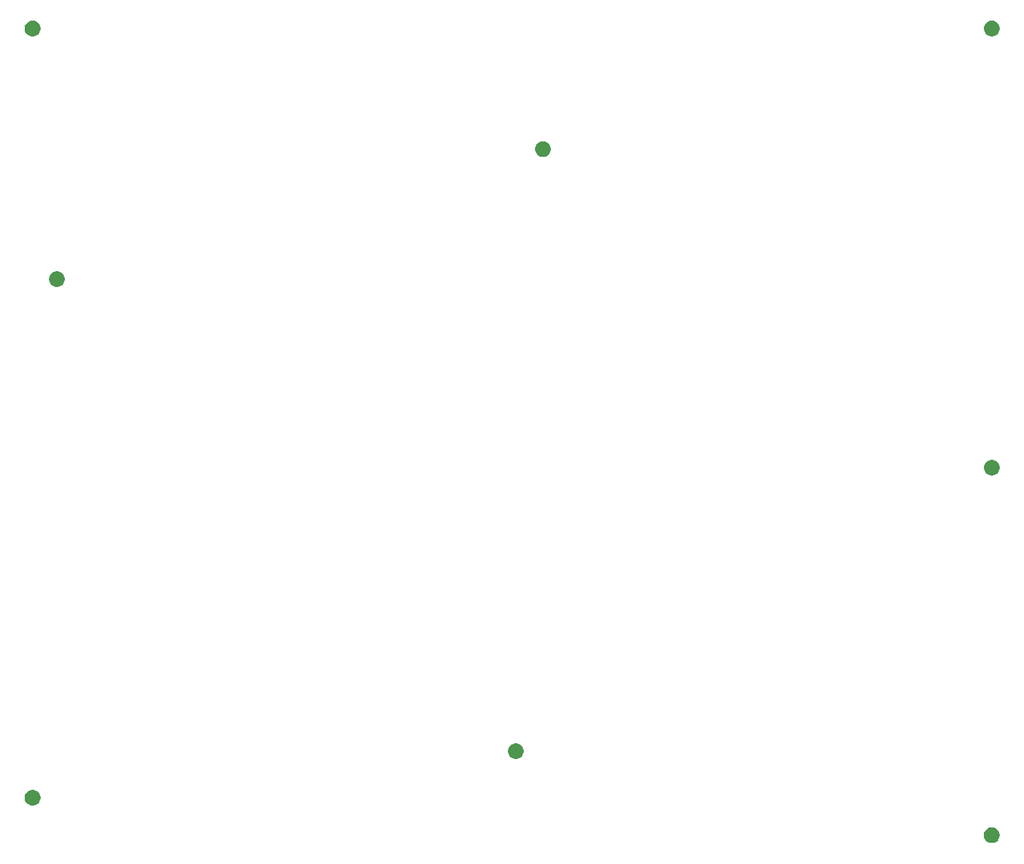
<source format=gbs>
G04 #@! TF.GenerationSoftware,KiCad,Pcbnew,(5.1.5-0-10_14)*
G04 #@! TF.CreationDate,2020-04-19T15:18:08+09:00*
G04 #@! TF.ProjectId,colice_pcb_left_keyplate,636f6c69-6365-45f7-9063-625f6c656674,rev?*
G04 #@! TF.SameCoordinates,Original*
G04 #@! TF.FileFunction,Soldermask,Bot*
G04 #@! TF.FilePolarity,Negative*
%FSLAX46Y46*%
G04 Gerber Fmt 4.6, Leading zero omitted, Abs format (unit mm)*
G04 Created by KiCad (PCBNEW (5.1.5-0-10_14)) date 2020-04-19 15:18:08*
%MOMM*%
%LPD*%
G04 APERTURE LIST*
%ADD10C,0.100000*%
G04 APERTURE END LIST*
D10*
G36*
X188872641Y-134921571D02*
G01*
X189077559Y-135006451D01*
X189077561Y-135006452D01*
X189261983Y-135129679D01*
X189418821Y-135286517D01*
X189418822Y-135286519D01*
X189542049Y-135470941D01*
X189626929Y-135675859D01*
X189670200Y-135893397D01*
X189670200Y-136115203D01*
X189626929Y-136332741D01*
X189542049Y-136537659D01*
X189542048Y-136537661D01*
X189418821Y-136722083D01*
X189261983Y-136878921D01*
X189077561Y-137002148D01*
X189077560Y-137002149D01*
X189077559Y-137002149D01*
X188872641Y-137087029D01*
X188655103Y-137130300D01*
X188433297Y-137130300D01*
X188215759Y-137087029D01*
X188010841Y-137002149D01*
X188010840Y-137002149D01*
X188010839Y-137002148D01*
X187826417Y-136878921D01*
X187669579Y-136722083D01*
X187546352Y-136537661D01*
X187546351Y-136537659D01*
X187461471Y-136332741D01*
X187418200Y-136115203D01*
X187418200Y-135893397D01*
X187461471Y-135675859D01*
X187546351Y-135470941D01*
X187669578Y-135286519D01*
X187669579Y-135286517D01*
X187826417Y-135129679D01*
X188010839Y-135006452D01*
X188010841Y-135006451D01*
X188215759Y-134921571D01*
X188433297Y-134878300D01*
X188655103Y-134878300D01*
X188872641Y-134921571D01*
G37*
G36*
X51204641Y-129536771D02*
G01*
X51409559Y-129621651D01*
X51409561Y-129621652D01*
X51593983Y-129744879D01*
X51750821Y-129901717D01*
X51750822Y-129901719D01*
X51874049Y-130086141D01*
X51958929Y-130291059D01*
X52002200Y-130508597D01*
X52002200Y-130730403D01*
X51958929Y-130947941D01*
X51874049Y-131152859D01*
X51874048Y-131152861D01*
X51750821Y-131337283D01*
X51593983Y-131494121D01*
X51409561Y-131617348D01*
X51409560Y-131617349D01*
X51409559Y-131617349D01*
X51204641Y-131702229D01*
X50987103Y-131745500D01*
X50765297Y-131745500D01*
X50547759Y-131702229D01*
X50342841Y-131617349D01*
X50342840Y-131617349D01*
X50342839Y-131617348D01*
X50158417Y-131494121D01*
X50001579Y-131337283D01*
X49878352Y-131152861D01*
X49878351Y-131152859D01*
X49793471Y-130947941D01*
X49750200Y-130730403D01*
X49750200Y-130508597D01*
X49793471Y-130291059D01*
X49878351Y-130086141D01*
X50001578Y-129901719D01*
X50001579Y-129901717D01*
X50158417Y-129744879D01*
X50342839Y-129621652D01*
X50342841Y-129621651D01*
X50547759Y-129536771D01*
X50765297Y-129493500D01*
X50987103Y-129493500D01*
X51204641Y-129536771D01*
G37*
G36*
X120572041Y-122831171D02*
G01*
X120776959Y-122916051D01*
X120776961Y-122916052D01*
X120961383Y-123039279D01*
X121118221Y-123196117D01*
X121118222Y-123196119D01*
X121241449Y-123380541D01*
X121326329Y-123585459D01*
X121369600Y-123802997D01*
X121369600Y-124024803D01*
X121326329Y-124242341D01*
X121241449Y-124447259D01*
X121241448Y-124447261D01*
X121118221Y-124631683D01*
X120961383Y-124788521D01*
X120776961Y-124911748D01*
X120776960Y-124911749D01*
X120776959Y-124911749D01*
X120572041Y-124996629D01*
X120354503Y-125039900D01*
X120132697Y-125039900D01*
X119915159Y-124996629D01*
X119710241Y-124911749D01*
X119710240Y-124911749D01*
X119710239Y-124911748D01*
X119525817Y-124788521D01*
X119368979Y-124631683D01*
X119245752Y-124447261D01*
X119245751Y-124447259D01*
X119160871Y-124242341D01*
X119117600Y-124024803D01*
X119117600Y-123802997D01*
X119160871Y-123585459D01*
X119245751Y-123380541D01*
X119368978Y-123196119D01*
X119368979Y-123196117D01*
X119525817Y-123039279D01*
X119710239Y-122916052D01*
X119710241Y-122916051D01*
X119915159Y-122831171D01*
X120132697Y-122787900D01*
X120354503Y-122787900D01*
X120572041Y-122831171D01*
G37*
G36*
X188885341Y-82102271D02*
G01*
X189090259Y-82187151D01*
X189090261Y-82187152D01*
X189274683Y-82310379D01*
X189431521Y-82467217D01*
X189431522Y-82467219D01*
X189554749Y-82651641D01*
X189639629Y-82856559D01*
X189682900Y-83074097D01*
X189682900Y-83295903D01*
X189639629Y-83513441D01*
X189554749Y-83718359D01*
X189554748Y-83718361D01*
X189431521Y-83902783D01*
X189274683Y-84059621D01*
X189090261Y-84182848D01*
X189090260Y-84182849D01*
X189090259Y-84182849D01*
X188885341Y-84267729D01*
X188667803Y-84311000D01*
X188445997Y-84311000D01*
X188228459Y-84267729D01*
X188023541Y-84182849D01*
X188023540Y-84182849D01*
X188023539Y-84182848D01*
X187839117Y-84059621D01*
X187682279Y-83902783D01*
X187559052Y-83718361D01*
X187559051Y-83718359D01*
X187474171Y-83513441D01*
X187430900Y-83295903D01*
X187430900Y-83074097D01*
X187474171Y-82856559D01*
X187559051Y-82651641D01*
X187682278Y-82467219D01*
X187682279Y-82467217D01*
X187839117Y-82310379D01*
X188023539Y-82187152D01*
X188023541Y-82187151D01*
X188228459Y-82102271D01*
X188445997Y-82059000D01*
X188667803Y-82059000D01*
X188885341Y-82102271D01*
G37*
G36*
X54684441Y-55013171D02*
G01*
X54889359Y-55098051D01*
X54889361Y-55098052D01*
X55073783Y-55221279D01*
X55230621Y-55378117D01*
X55230622Y-55378119D01*
X55353849Y-55562541D01*
X55438729Y-55767459D01*
X55482000Y-55984997D01*
X55482000Y-56206803D01*
X55438729Y-56424341D01*
X55353849Y-56629259D01*
X55353848Y-56629261D01*
X55230621Y-56813683D01*
X55073783Y-56970521D01*
X54889361Y-57093748D01*
X54889360Y-57093749D01*
X54889359Y-57093749D01*
X54684441Y-57178629D01*
X54466903Y-57221900D01*
X54245097Y-57221900D01*
X54027559Y-57178629D01*
X53822641Y-57093749D01*
X53822640Y-57093749D01*
X53822639Y-57093748D01*
X53638217Y-56970521D01*
X53481379Y-56813683D01*
X53358152Y-56629261D01*
X53358151Y-56629259D01*
X53273271Y-56424341D01*
X53230000Y-56206803D01*
X53230000Y-55984997D01*
X53273271Y-55767459D01*
X53358151Y-55562541D01*
X53481378Y-55378119D01*
X53481379Y-55378117D01*
X53638217Y-55221279D01*
X53822639Y-55098052D01*
X53822641Y-55098051D01*
X54027559Y-55013171D01*
X54245097Y-54969900D01*
X54466903Y-54969900D01*
X54684441Y-55013171D01*
G37*
G36*
X124470941Y-36344171D02*
G01*
X124675859Y-36429051D01*
X124675861Y-36429052D01*
X124860283Y-36552279D01*
X125017121Y-36709117D01*
X125017122Y-36709119D01*
X125140349Y-36893541D01*
X125225229Y-37098459D01*
X125268500Y-37315997D01*
X125268500Y-37537803D01*
X125225229Y-37755341D01*
X125140349Y-37960259D01*
X125140348Y-37960261D01*
X125017121Y-38144683D01*
X124860283Y-38301521D01*
X124675861Y-38424748D01*
X124675860Y-38424749D01*
X124675859Y-38424749D01*
X124470941Y-38509629D01*
X124253403Y-38552900D01*
X124031597Y-38552900D01*
X123814059Y-38509629D01*
X123609141Y-38424749D01*
X123609140Y-38424749D01*
X123609139Y-38424748D01*
X123424717Y-38301521D01*
X123267879Y-38144683D01*
X123144652Y-37960261D01*
X123144651Y-37960259D01*
X123059771Y-37755341D01*
X123016500Y-37537803D01*
X123016500Y-37315997D01*
X123059771Y-37098459D01*
X123144651Y-36893541D01*
X123267878Y-36709119D01*
X123267879Y-36709117D01*
X123424717Y-36552279D01*
X123609139Y-36429052D01*
X123609141Y-36429051D01*
X123814059Y-36344171D01*
X124031597Y-36300900D01*
X124253403Y-36300900D01*
X124470941Y-36344171D01*
G37*
G36*
X188885341Y-19021371D02*
G01*
X189090259Y-19106251D01*
X189090261Y-19106252D01*
X189274683Y-19229479D01*
X189431521Y-19386317D01*
X189431522Y-19386319D01*
X189554749Y-19570741D01*
X189639629Y-19775659D01*
X189682900Y-19993197D01*
X189682900Y-20215003D01*
X189639629Y-20432541D01*
X189554749Y-20637459D01*
X189554748Y-20637461D01*
X189431521Y-20821883D01*
X189274683Y-20978721D01*
X189090261Y-21101948D01*
X189090260Y-21101949D01*
X189090259Y-21101949D01*
X188885341Y-21186829D01*
X188667803Y-21230100D01*
X188445997Y-21230100D01*
X188228459Y-21186829D01*
X188023541Y-21101949D01*
X188023540Y-21101949D01*
X188023539Y-21101948D01*
X187839117Y-20978721D01*
X187682279Y-20821883D01*
X187559052Y-20637461D01*
X187559051Y-20637459D01*
X187474171Y-20432541D01*
X187430900Y-20215003D01*
X187430900Y-19993197D01*
X187474171Y-19775659D01*
X187559051Y-19570741D01*
X187682278Y-19386319D01*
X187682279Y-19386317D01*
X187839117Y-19229479D01*
X188023539Y-19106252D01*
X188023541Y-19106251D01*
X188228459Y-19021371D01*
X188445997Y-18978100D01*
X188667803Y-18978100D01*
X188885341Y-19021371D01*
G37*
G36*
X51204641Y-19021371D02*
G01*
X51409559Y-19106251D01*
X51409561Y-19106252D01*
X51593983Y-19229479D01*
X51750821Y-19386317D01*
X51750822Y-19386319D01*
X51874049Y-19570741D01*
X51958929Y-19775659D01*
X52002200Y-19993197D01*
X52002200Y-20215003D01*
X51958929Y-20432541D01*
X51874049Y-20637459D01*
X51874048Y-20637461D01*
X51750821Y-20821883D01*
X51593983Y-20978721D01*
X51409561Y-21101948D01*
X51409560Y-21101949D01*
X51409559Y-21101949D01*
X51204641Y-21186829D01*
X50987103Y-21230100D01*
X50765297Y-21230100D01*
X50547759Y-21186829D01*
X50342841Y-21101949D01*
X50342840Y-21101949D01*
X50342839Y-21101948D01*
X50158417Y-20978721D01*
X50001579Y-20821883D01*
X49878352Y-20637461D01*
X49878351Y-20637459D01*
X49793471Y-20432541D01*
X49750200Y-20215003D01*
X49750200Y-19993197D01*
X49793471Y-19775659D01*
X49878351Y-19570741D01*
X50001578Y-19386319D01*
X50001579Y-19386317D01*
X50158417Y-19229479D01*
X50342839Y-19106252D01*
X50342841Y-19106251D01*
X50547759Y-19021371D01*
X50765297Y-18978100D01*
X50987103Y-18978100D01*
X51204641Y-19021371D01*
G37*
M02*

</source>
